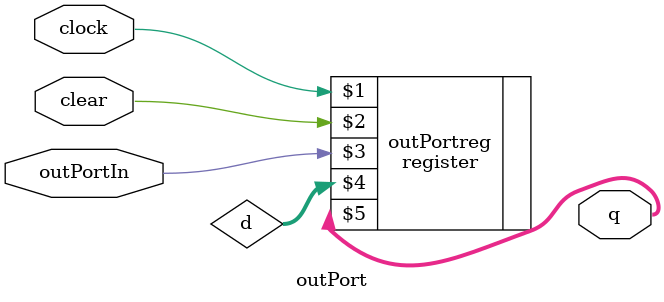
<source format=v>
module outPort(
	input wire clear, clock, outPortIn,
	output wire [31:0] q
);

	wire [31:0] d;

	register outPortreg(clock, clear, outPortIn, d, q);

endmodule
</source>
